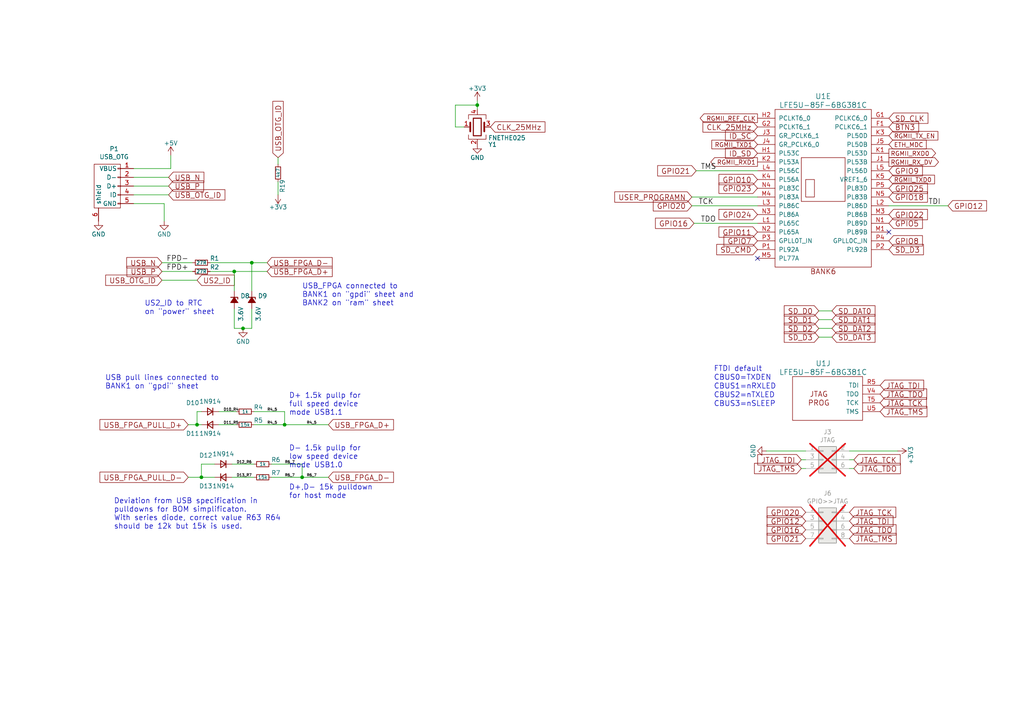
<source format=kicad_sch>
(kicad_sch (version 20231120) (generator "eeschema") (generator_version "8.0")
  (paper "A4")
  (title_block (title "${project_name}") (date "2025-04-05") (rev "${project_version}") (company "${project_creator}") (comment 1 "${project_license}") (comment 2 "License: CERN-OHL-S v2"))
  (junction (at 73.025 76.2))
  (junction (at 70.485 95.25))
  (junction (at 58.42 138.43))
  (junction (at 82.55 123.19))
  (junction (at 57.15 123.19))
  (junction (at 67.945 78.74))
  (junction (at 138.43 30.48))
  (junction (at 87.63 138.43))
  (no_connect (at 257.81 67.31))
  (no_connect (at 219.71 74.93))
  (wire (pts (xy 82.55 123.19) (xy 95.25 123.19)))
  (wire (pts (xy 67.945 84.455) (xy 67.945 78.74)))
  (wire (pts (xy 46.99 78.74) (xy 55.88 78.74)))
  (wire (pts (xy 222.25 130.81) (xy 233.68 130.81)))
  (wire (pts (xy 246.38 130.81) (xy 260.35 130.81)))
  (wire (pts (xy 68.58 119.38) (xy 63.5 119.38)))
  (wire (pts (xy 38.735 51.435) (xy 48.895 51.435)))
  (wire (pts (xy 134.62 36.83) (xy 132.08 36.83)))
  (wire (pts (xy 73.66 123.19) (xy 82.55 123.19)))
  (wire (pts (xy 38.735 59.055) (xy 47.625 59.055)))
  (wire (pts (xy 237.49 90.17) (xy 241.3 90.17)))
  (wire (pts (xy 241.3 92.71) (xy 237.49 92.71)))
  (wire (pts (xy 237.49 95.25) (xy 241.3 95.25)))
  (wire (pts (xy 54.61 138.43) (xy 58.42 138.43)))
  (wire (pts (xy 73.025 95.25) (xy 73.025 89.535)))
  (wire (pts (xy 60.96 76.2) (xy 73.025 76.2)))
  (wire (pts (xy 200.66 57.15) (xy 219.71 57.15)))
  (wire (pts (xy 67.945 89.535) (xy 67.945 95.25)))
  (wire (pts (xy 257.81 59.69) (xy 274.955 59.69)))
  (wire (pts (xy 138.43 30.48) (xy 138.43 31.75)))
  (wire (pts (xy 201.295 64.77) (xy 219.71 64.77)))
  (wire (pts (xy 57.15 123.19) (xy 57.15 119.38)))
  (wire (pts (xy 58.42 138.43) (xy 62.23 138.43)))
  (wire (pts (xy 201.93 49.53) (xy 219.71 49.53)))
  (wire (pts (xy 67.31 138.43) (xy 73.66 138.43)))
  (wire (pts (xy 232.41 133.35) (xy 233.68 133.35)))
  (wire (pts (xy 58.42 134.62) (xy 62.23 134.62)))
  (wire (pts (xy 246.38 135.89) (xy 247.65 135.89)))
  (wire (pts (xy 54.61 123.19) (xy 57.15 123.19)))
  (wire (pts (xy 57.15 123.19) (xy 58.42 123.19)))
  (wire (pts (xy 232.41 135.89) (xy 233.68 135.89)))
  (wire (pts (xy 73.66 119.38) (xy 82.55 119.38)))
  (wire (pts (xy 73.025 84.455) (xy 73.025 76.2)))
  (wire (pts (xy 57.15 119.38) (xy 58.42 119.38)))
  (wire (pts (xy 67.945 95.25) (xy 70.485 95.25)))
  (wire (pts (xy 78.74 134.62) (xy 87.63 134.62)))
  (wire (pts (xy 80.645 47.625) (xy 80.645 45.72)))
  (wire (pts (xy 73.66 134.62) (xy 67.31 134.62)))
  (wire (pts (xy 58.42 134.62) (xy 58.42 138.43)))
  (wire (pts (xy 138.43 29.21) (xy 138.43 30.48)))
  (wire (pts (xy 60.96 78.74) (xy 67.945 78.74)))
  (wire (pts (xy 38.735 48.895) (xy 49.53 48.895)))
  (wire (pts (xy 70.485 95.25) (xy 73.025 95.25)))
  (wire (pts (xy 241.3 97.79) (xy 237.49 97.79)))
  (wire (pts (xy 132.08 36.83) (xy 132.08 30.48)))
  (wire (pts (xy 49.53 48.895) (xy 49.53 45.085)))
  (wire (pts (xy 38.735 53.975) (xy 48.895 53.975)))
  (wire (pts (xy 63.5 123.19) (xy 68.58 123.19)))
  (wire (pts (xy 46.99 76.2) (xy 55.88 76.2)))
  (wire (pts (xy 200.66 59.69) (xy 219.71 59.69)))
  (wire (pts (xy 38.735 56.515) (xy 48.895 56.515)))
  (wire (pts (xy 87.63 134.62) (xy 87.63 138.43)))
  (wire (pts (xy 78.74 138.43) (xy 87.63 138.43)))
  (wire (pts (xy 82.55 119.38) (xy 82.55 123.19)))
  (wire (pts (xy 47.625 59.055) (xy 47.625 64.135)))
  (wire (pts (xy 67.945 78.74) (xy 77.47 78.74)))
  (wire (pts (xy 246.38 133.35) (xy 247.65 133.35)))
  (wire (pts (xy 73.025 76.2) (xy 77.47 76.2)))
  (wire (pts (xy 80.645 56.515) (xy 80.645 52.705)))
  (wire (pts (xy 87.63 138.43) (xy 95.25 138.43)))
  (wire (pts (xy 57.15 81.28) (xy 46.99 81.28)))
  (wire (pts (xy 132.08 30.48) (xy 138.43 30.48)))
  (text "Deviation from USB specification in\npulldowns for BOM simplificaton.\nWith series diode, correct value R63 R64 \nshould be 12k but 15k is used." (at 33.02 153.67 0) (effects (font (size 1.524 1.524)) (justify left bottom)))
  (text "FTDI default" (at 207.01 107.95 0) (effects (font (size 1.524 1.524)) (justify left bottom)))
  (text "CBUS1=nRXLED" (at 207.01 113.03 0) (effects (font (size 1.524 1.524)) (justify left bottom)))
  (text "CBUS2=nTXLED" (at 207.01 115.57 0) (effects (font (size 1.524 1.524)) (justify left bottom)))
  (text "US2_ID to RTC\non \"power\" sheet" (at 41.91 91.44 0) (effects (font (size 1.524 1.524)) (justify left bottom)))
  (text "D+ 1.5k pullp for \nfull speed device\nmode USB1.1" (at 83.82 120.65 0) (effects (font (size 1.524 1.524)) (justify left bottom)))
  (text "CBUS3=nSLEEP" (at 207.01 118.11 0) (effects (font (size 1.524 1.524)) (justify left bottom)))
  (text "D- 1.5k pullp for \nlow speed device\nmode USB1.0" (at 83.82 135.89 0) (effects (font (size 1.524 1.524)) (justify left bottom)))
  (text "USB pull lines connected to\nBANK1 on \"gpdi\" sheet" (at 30.48 113.03 0) (effects (font (size 1.524 1.524)) (justify left bottom)))
  (text "D+,D- 15k pulldown \nfor host mode" (at 83.82 144.78 0) (effects (font (size 1.524 1.524)) (justify left bottom)))
  (text "USB_FPGA connected to\nBANK1 on \"gpdi\" sheet and\nBANK2 on \"ram\" sheet" (at 87.63 88.9 0) (effects (font (size 1.524 1.524)) (justify left bottom)))
  (text "CBUS0=TXDEN" (at 207.01 110.49 0) (effects (font (size 1.524 1.524)) (justify left bottom)))
  (label "R6_7" (at 88.9 138.43 0) (effects (font (size 0.762 0.762))))
  (label "R4_5" (at 77.47 119.38 0) (effects (font (size 0.762 0.762))))
  (label "R4_5" (at 88.9 123.19 0) (effects (font (size 0.762 0.762))))
  (label "TDO" (at 203.2 64.77 0) (effects (font (size 1.524 1.524))))
  (label "D12_R6" (at 68.58 134.62 0) (effects (font (size 0.762 0.762))))
  (label "FPD+" (at 48.26 78.74 0) (effects (font (size 1.524 1.524))))
  (label "TCK" (at 202.565 59.69 0) (effects (font (size 1.524 1.524))))
  (label "D11_R5" (at 64.77 123.19 0) (effects (font (size 0.762 0.762))))
  (label "D13_R7" (at 68.58 138.43 0) (effects (font (size 0.762 0.762))))
  (label "R6_7" (at 82.55 138.43 0) (effects (font (size 0.762 0.762))))
  (label "R4_5" (at 77.47 123.19 0) (effects (font (size 0.762 0.762))))
  (label "TDI" (at 269.24 59.69 0) (effects (font (size 1.524 1.524))))
  (label "R6_7" (at 82.55 134.62 0) (effects (font (size 0.762 0.762))))
  (label "TMS" (at 203.2 49.53 0) (effects (font (size 1.524 1.524))))
  (label "D10_R4" (at 64.77 119.38 0) (effects (font (size 0.762 0.762))))
  (label "FPD-" (at 48.26 76.2 0) (effects (font (size 1.524 1.524))))
  (global_label "JTAG_TDO" (shape input) (at 255.27 114.3 0) (effects (font (size 1.524 1.524))) (property "Intersheetrefs" "${INTERSHEET_REFS}" (effects (hide yes))))
  (global_label "ID_SC" (shape input) (at 219.71 39.37 180) (effects (font (size 1.524 1.524))) (property "Intersheetrefs" "${INTERSHEET_REFS}" (effects (hide yes))))
  (global_label "SD_D3" (shape input) (at 237.49 97.79 180) (effects (font (size 1.524 1.524))) (property "Intersheetrefs" "${INTERSHEET_REFS}" (effects (hide yes))))
  (global_label "JTAG_TMS" (shape input) (at 246.38 156.21 0) (effects (font (size 1.524 1.524))) (property "Intersheetrefs" "${INTERSHEET_REFS}" (effects (hide yes))))
  (global_label "GPIO9" (shape input) (at 257.81 49.53 0) (effects (font (size 1.524 1.524))) (property "Intersheetrefs" "${INTERSHEET_REFS}" (effects (hide yes))))
  (global_label "CLK_25MHz" (shape input) (at 219.71 36.83 180) (effects (font (size 1.524 1.524))) (property "Intersheetrefs" "${INTERSHEET_REFS}" (effects (hide yes))))
  (global_label "RGMII_RXD1" (shape output) (at 219.71 46.99 180) (property "Intersheetrefs" "${INTERSHEET_REFS}" (effects (hide yes))))
  (global_label "RGMII_REF_CLK" (shape output) (at 219.71 34.29 180) (property "Intersheetrefs" "${INTERSHEET_REFS}" (effects (hide yes))))
  (global_label "GPIO20" (shape input) (at 200.66 59.69 180) (effects (font (size 1.524 1.524))) (property "Intersheetrefs" "${INTERSHEET_REFS}" (effects (hide yes))))
  (global_label "USB_FPGA_D+" (shape input) (at 95.25 123.19 0) (effects (font (size 1.524 1.524))) (property "Intersheetrefs" "${INTERSHEET_REFS}" (effects (hide yes))))
  (global_label "SD_D3" (shape input) (at 257.81 72.39 0) (effects (font (size 1.524 1.524))) (property "Intersheetrefs" "${INTERSHEET_REFS}" (effects (hide yes))))
  (global_label "SD_D0" (shape input) (at 237.49 90.17 180) (effects (font (size 1.524 1.524))) (property "Intersheetrefs" "${INTERSHEET_REFS}" (effects (hide yes))))
  (global_label "RGMII_RXD0" (shape output) (at 257.81 44.45 0) (property "Intersheetrefs" "${INTERSHEET_REFS}" (effects (hide yes))))
  (global_label "GPIO12" (shape input) (at 274.955 59.69 0) (effects (font (size 1.524 1.524))) (property "Intersheetrefs" "${INTERSHEET_REFS}" (effects (hide yes))))
  (global_label "RGMII_TXD0" (shape input) (at 257.81 52.07 0) (property "Intersheetrefs" "${INTERSHEET_REFS}" (effects (hide yes))))
  (global_label "SD_D2" (shape input) (at 237.49 95.25 180) (effects (font (size 1.524 1.524))) (property "Intersheetrefs" "${INTERSHEET_REFS}" (effects (hide yes))))
  (global_label "JTAG_TDO" (shape input) (at 246.38 153.67 0) (effects (font (size 1.524 1.524))) (property "Intersheetrefs" "${INTERSHEET_REFS}" (effects (hide yes))))
  (global_label "SD_DAT1" (shape input) (at 241.3 92.71 0) (effects (font (size 1.524 1.524))) (property "Intersheetrefs" "${INTERSHEET_REFS}" (effects (hide yes))))
  (global_label "GPIO18" (shape input) (at 257.81 57.15 0) (effects (font (size 1.524 1.524))) (property "Intersheetrefs" "${INTERSHEET_REFS}" (effects (hide yes))))
  (global_label "GPIO7" (shape input) (at 219.71 69.85 180) (effects (font (size 1.524 1.524))) (property "Intersheetrefs" "${INTERSHEET_REFS}" (effects (hide yes))))
  (global_label "GPIO5" (shape input) (at 257.81 64.77 0) (effects (font (size 1.524 1.524))) (property "Intersheetrefs" "${INTERSHEET_REFS}" (effects (hide yes))))
  (global_label "USB_N" (shape input) (at 46.99 76.2 180) (effects (font (size 1.524 1.524))) (property "Intersheetrefs" "${INTERSHEET_REFS}" (effects (hide yes))))
  (global_label "JTAG_TDI" (shape input) (at 255.27 111.76 0) (effects (font (size 1.524 1.524))) (property "Intersheetrefs" "${INTERSHEET_REFS}" (effects (hide yes))))
  (global_label "JTAG_TMS" (shape input) (at 232.41 135.89 180) (effects (font (size 1.524 1.524))) (property "Intersheetrefs" "${INTERSHEET_REFS}" (effects (hide yes))))
  (global_label "USB_FPGA_D-" (shape input) (at 77.47 76.2 0) (effects (font (size 1.524 1.524))) (property "Intersheetrefs" "${INTERSHEET_REFS}" (effects (hide yes))))
  (global_label "GPIO22" (shape input) (at 257.81 62.23 0) (effects (font (size 1.524 1.524))) (property "Intersheetrefs" "${INTERSHEET_REFS}" (effects (hide yes))))
  (global_label "ID_SD" (shape input) (at 219.71 44.45 180) (effects (font (size 1.524 1.524))) (property "Intersheetrefs" "${INTERSHEET_REFS}" (effects (hide yes))))
  (global_label "JTAG_TCK" (shape input) (at 255.27 116.84 0) (effects (font (size 1.524 1.524))) (property "Intersheetrefs" "${INTERSHEET_REFS}" (effects (hide yes))))
  (global_label "GPIO12" (shape input) (at 233.68 151.13 180) (effects (font (size 1.524 1.524))) (property "Intersheetrefs" "${INTERSHEET_REFS}" (effects (hide yes))))
  (global_label "USB_FPGA_D-" (shape input) (at 95.25 138.43 0) (effects (font (size 1.524 1.524))) (property "Intersheetrefs" "${INTERSHEET_REFS}" (effects (hide yes))))
  (global_label "SD_CLK" (shape input) (at 257.81 34.29 0) (effects (font (size 1.524 1.524))) (property "Intersheetrefs" "${INTERSHEET_REFS}" (effects (hide yes))))
  (global_label "BTN3" (shape input) (at 257.81 36.83 0) (effects (font (size 1.524 1.524))) (property "Intersheetrefs" "${INTERSHEET_REFS}" (effects (hide yes))))
  (global_label "JTAG_TDI" (shape input) (at 246.38 151.13 0) (effects (font (size 1.524 1.524))) (property "Intersheetrefs" "${INTERSHEET_REFS}" (effects (hide yes))))
  (global_label "JTAG_TCK" (shape input) (at 247.65 133.35 0) (effects (font (size 1.524 1.524))) (property "Intersheetrefs" "${INTERSHEET_REFS}" (effects (hide yes))))
  (global_label "GPIO16" (shape input) (at 201.295 64.77 180) (effects (font (size 1.524 1.524))) (property "Intersheetrefs" "${INTERSHEET_REFS}" (effects (hide yes))))
  (global_label "SD_CMD" (shape input) (at 219.71 72.39 180) (effects (font (size 1.524 1.524))) (property "Intersheetrefs" "${INTERSHEET_REFS}" (effects (hide yes))))
  (global_label "SD_D1" (shape input) (at 237.49 92.71 180) (effects (font (size 1.524 1.524))) (property "Intersheetrefs" "${INTERSHEET_REFS}" (effects (hide yes))))
  (global_label "RGMII_TX_EN" (shape input) (at 257.81 39.37 0) (property "Intersheetrefs" "${INTERSHEET_REFS}" (effects (hide yes))))
  (global_label "JTAG_TMS" (shape input) (at 255.27 119.38 0) (effects (font (size 1.524 1.524))) (property "Intersheetrefs" "${INTERSHEET_REFS}" (effects (hide yes))))
  (global_label "JTAG_TDO" (shape input) (at 247.65 135.89 0) (effects (font (size 1.524 1.524))) (property "Intersheetrefs" "${INTERSHEET_REFS}" (effects (hide yes))))
  (global_label "SD_DAT2" (shape input) (at 241.3 95.25 0) (effects (font (size 1.524 1.524))) (property "Intersheetrefs" "${INTERSHEET_REFS}" (effects (hide yes))))
  (global_label "USB_P" (shape input) (at 46.99 78.74 180) (effects (font (size 1.524 1.524))) (property "Intersheetrefs" "${INTERSHEET_REFS}" (effects (hide yes))))
  (global_label "US2_ID" (shape input) (at 57.15 81.28 0) (effects (font (size 1.524 1.524))) (property "Intersheetrefs" "${INTERSHEET_REFS}" (effects (hide yes))))
  (global_label "USB_OTG_ID" (shape input) (at 80.645 45.72 90) (effects (font (size 1.524 1.524))) (property "Intersheetrefs" "${INTERSHEET_REFS}" (effects (hide yes))))
  (global_label "USB_OTG_ID" (shape input) (at 46.99 81.28 180) (effects (font (size 1.524 1.524))) (property "Intersheetrefs" "${INTERSHEET_REFS}" (effects (hide yes))))
  (global_label "RGMII_RX_DV" (shape output) (at 257.81 46.99 0) (property "Intersheetrefs" "${INTERSHEET_REFS}" (effects (hide yes))))
  (global_label "USER_PROGRAMN" (shape input) (at 200.66 57.15 180) (effects (font (size 1.524 1.524))) (property "Intersheetrefs" "${INTERSHEET_REFS}" (effects (hide yes))))
  (global_label "GPIO24" (shape input) (at 219.71 62.23 180) (effects (font (size 1.524 1.524))) (property "Intersheetrefs" "${INTERSHEET_REFS}" (effects (hide yes))))
  (global_label "GPIO20" (shape input) (at 233.68 148.59 180) (effects (font (size 1.524 1.524))) (property "Intersheetrefs" "${INTERSHEET_REFS}" (effects (hide yes))))
  (global_label "USB_P" (shape input) (at 48.895 53.975 0) (effects (font (size 1.524 1.524))) (property "Intersheetrefs" "${INTERSHEET_REFS}" (effects (hide yes))))
  (global_label "JTAG_TDI" (shape input) (at 232.41 133.35 180) (effects (font (size 1.524 1.524))) (property "Intersheetrefs" "${INTERSHEET_REFS}" (effects (hide yes))))
  (global_label "USB_FPGA_D+" (shape input) (at 77.47 78.74 0) (effects (font (size 1.524 1.524))) (property "Intersheetrefs" "${INTERSHEET_REFS}" (effects (hide yes))))
  (global_label "GPIO21" (shape input) (at 233.68 156.21 180) (effects (font (size 1.524 1.524))) (property "Intersheetrefs" "${INTERSHEET_REFS}" (effects (hide yes))))
  (global_label "SD_DAT0" (shape input) (at 241.3 90.17 0) (effects (font (size 1.524 1.524))) (property "Intersheetrefs" "${INTERSHEET_REFS}" (effects (hide yes))))
  (global_label "SD_DAT3" (shape input) (at 241.3 97.79 0) (effects (font (size 1.524 1.524))) (property "Intersheetrefs" "${INTERSHEET_REFS}" (effects (hide yes))))
  (global_label "USB_N" (shape input) (at 48.895 51.435 0) (effects (font (size 1.524 1.524))) (property "Intersheetrefs" "${INTERSHEET_REFS}" (effects (hide yes))))
  (global_label "GPIO21" (shape input) (at 201.93 49.53 180) (effects (font (size 1.524 1.524))) (property "Intersheetrefs" "${INTERSHEET_REFS}" (effects (hide yes))))
  (global_label "USB_FPGA_PULL_D+" (shape input) (at 54.61 123.19 180) (effects (font (size 1.524 1.524))) (property "Intersheetrefs" "${INTERSHEET_REFS}" (effects (hide yes))))
  (global_label "GPIO16" (shape input) (at 233.68 153.67 180) (effects (font (size 1.524 1.524))) (property "Intersheetrefs" "${INTERSHEET_REFS}" (effects (hide yes))))
  (global_label "CLK_25MHz" (shape input) (at 142.24 36.83 0) (effects (font (size 1.524 1.524))) (property "Intersheetrefs" "${INTERSHEET_REFS}" (effects (hide yes))))
  (global_label "GPIO25" (shape input) (at 257.81 54.61 0) (effects (font (size 1.524 1.524))) (property "Intersheetrefs" "${INTERSHEET_REFS}" (effects (hide yes))))
  (global_label "GPIO10" (shape input) (at 219.71 52.07 180) (effects (font (size 1.524 1.524))) (property "Intersheetrefs" "${INTERSHEET_REFS}" (effects (hide yes))))
  (global_label "USB_FPGA_PULL_D-" (shape input) (at 54.61 138.43 180) (effects (font (size 1.524 1.524))) (property "Intersheetrefs" "${INTERSHEET_REFS}" (effects (hide yes))))
  (global_label "GPIO8" (shape input) (at 257.81 69.85 0) (effects (font (size 1.524 1.524))) (property "Intersheetrefs" "${INTERSHEET_REFS}" (effects (hide yes))))
  (global_label "RGMII_TXD1" (shape input) (at 219.71 41.91 180) (property "Intersheetrefs" "${INTERSHEET_REFS}" (effects (hide yes))))
  (global_label "GPIO23" (shape input) (at 219.71 54.61 180) (effects (font (size 1.524 1.524))) (property "Intersheetrefs" "${INTERSHEET_REFS}" (effects (hide yes))))
  (global_label "JTAG_TCK" (shape input) (at 246.38 148.59 0) (effects (font (size 1.524 1.524))) (property "Intersheetrefs" "${INTERSHEET_REFS}" (effects (hide yes))))
  (global_label "USB_OTG_ID" (shape input) (at 48.895 56.515 0) (effects (font (size 1.524 1.524))) (property "Intersheetrefs" "${INTERSHEET_REFS}" (effects (hide yes))))
  (global_label "ETH_MDC" (shape input) (at 257.81 41.91 0) (property "Intersheetrefs" "${INTERSHEET_REFS}" (effects (hide yes))))
  (global_label "GPIO11" (shape input) (at 219.71 67.31 180) (effects (font (size 1.524 1.524))) (property "Intersheetrefs" "${INTERSHEET_REFS}" (effects (hide yes))))
  (symbol (lib_id "Device:Crystal_GND24") (at 138.43 36.83 0) (mirror x) (unit 1)
    (property "Reference" "Y1" (at 141.605 41.91 0) (effects (justify left)))
    (property "Value" "FNETHE025" (at 141.605 40.005 0) (effects (justify left)))
    (property "Footprint" "Crystal:Crystal_SMD_TXC_7M-4Pin_3.2x2.5mm" (effects (hide yes)))
    (property "Datasheet" "https://www.diodes.com/assets/Datasheets/FNETHE025.pdf" (effects (hide yes)))
    (property "MNF1_URL" "www.diodes.com" (effects (hide yes)))
    (property "MPN" "FNETHE025" (effects (hide yes)))
    (property "MPN2" "SiT8008BC-81-33E-25.000000X" (effects (hide yes)))
    (property "MNF3_URL" "https://datasheet.lcsc.com/szlcsc/1912111437_Shenzhen-SCTF-Elec-S7D25-000000D20F30T_C387026.pdf" (effects (hide yes)))
    (property "MPN3" "S7D25.000000D20F30T" (effects (hide yes)))
    (property "Mouser" "729-FNETHE025" (effects (hide yes)))
    (property "Mouse_r2" "788-8008BC8133E25X " (effects (hide yes)))
    (property "Digikey" "FNETHE025CT-ND" (effects (hide yes)))
    (property "Newark" "80AC8624" (effects (hide yes)))
    (property "LCSC" "C390569" (effects (hide yes)))
    (property "price100_Digikey" "0.7942$" (effects (hide yes)))
    (property "Koncar" "FQ001" (effects (hide yes)))
    (property "Side" "T" (effects (hide yes)))
  )
  (symbol (lib_id "lfe5bg381:LFE5UM-85F-6BG381C") (at 238.76 52.07 0) (unit 5)
    (property "Reference" "U1" (at 238.76 27.94 0) (effects (font (size 1.524 1.524))))
    (property "Value" "LFE5U-85F-6BG381C" (at 238.76 30.48 0) (effects (font (size 1.524 1.524))))
    (property "Footprint" "lfe5bg381:BGA-381_pitch0.8mm_dia0.4mm" (effects (hide yes)))
    (property "Datasheet" "http://www.latticesemi.com/~/media/LatticeSemi/Documents/DataSheets/ECP5/FPGA-DS-02012.pdf" (effects (hide yes)))
    (property "MPN" "LFE5U-85F-6BG381C" (effects (hide yes)))
    (property "Digike_y2" "220-2071-ND" (effects (hide yes)))
    (property "Digikey" "220-2177-ND" (effects (hide yes)))
    (property "Koncar" "FU004" (effects (hide yes)))
    (property "LCSC" "C446029" (effects (hide yes)))
    (property "LowCost" "842-LFE5U12F6BG381C" (effects (hide yes)))
    (property "MFG1" "Lattice" (effects (hide yes)))
    (property "MFG2" "Lattice" (effects (hide yes)))
    (property "MNF1_URL" "www.latticesemi.com" (effects (hide yes)))
    (property "MNF2_URL" "www.latticesemi.com" (effects (hide yes)))
    (property "MP_N2" "LFE5U-12F-6BG381C" (effects (hide yes)))
    (property "Mouser" "842-LFE5U85F6BG381C" (effects (hide yes)))
    (property "Mouser_URL" "www.mouser.com" (effects (hide yes)))
    (property "Side" "T" (effects (hide yes)))
    (property "price100_Mouse" "22.82$" (effects (hide yes)))
  )
  (symbol (lib_id "lfe5bg381:LFE5UM-85F-6BG381C") (at 237.49 115.57 0) (mirror y) (unit 10)
    (property "Reference" "U1" (at 238.76 105.41 0) (effects (font (size 1.524 1.524))))
    (property "Value" "LFE5U-85F-6BG381C" (at 238.76 107.95 0) (effects (font (size 1.524 1.524))))
    (property "Footprint" "lfe5bg381:BGA-381_pitch0.8mm_dia0.4mm" (effects (hide yes)))
    (property "Datasheet" "http://www.latticesemi.com/~/media/LatticeSemi/Documents/DataSheets/ECP5/FPGA-DS-02012.pdf" (effects (hide yes)))
    (property "MPN" "LFE5U-85F-6BG381C" (effects (hide yes)))
    (property "Digike_y2" "220-2071-ND" (effects (hide yes)))
    (property "Digikey" "220-2177-ND" (effects (hide yes)))
    (property "Koncar" "FU004" (effects (hide yes)))
    (property "LCSC" "C446029" (effects (hide yes)))
    (property "LowCost" "842-LFE5U12F6BG381C" (effects (hide yes)))
    (property "MFG1" "Lattice" (effects (hide yes)))
    (property "MFG2" "Lattice" (effects (hide yes)))
    (property "MNF1_URL" "www.latticesemi.com" (effects (hide yes)))
    (property "MNF2_URL" "www.latticesemi.com" (effects (hide yes)))
    (property "MP_N2" "LFE5U-12F-6BG381C" (effects (hide yes)))
    (property "Mouser" "842-LFE5U85F6BG381C" (effects (hide yes)))
    (property "Mouser_URL" "www.mouser.com" (effects (hide yes)))
    (property "Side" "T" (effects (hide yes)))
    (property "price100_Mouse" "22.82$" (effects (hide yes)))
  )
  (symbol (lib_id "ulx4m-rescue:GND-power") (at 138.43 41.91 0) (unit 1)
    (property "Reference" "#PWR0110" (effects (hide yes)))
    (property "Value" "GND" (at 138.43 45.72 0))
  )
  (symbol (lib_id "ulx4m-rescue:+3V3-power") (at 138.43 29.21 0) (unit 1)
    (property "Reference" "#PWR0109" (effects (hide yes)))
    (property "Value" "+3V3" (at 138.43 25.654 0))
  )
  (symbol (lib_id "Connector_Generic:Conn_02x03_Odd_Even") (at 238.76 133.35 0) (unit 1) (in_bom no) (dnp yes)
    (property "Reference" "J3" (at 240.03 125.2982 0))
    (property "Value" "JTAG" (at 240.03 127.6096 0))
    (property "Footprint" "Connector_PinHeader_1.00mm:PinHeader_2x03_P1.00mm_Vertical_SMD" (effects (hide yes)))
    (property "PLACE" "DNP" (effects (hide yes)))
  )
  (symbol (lib_id "ulx4m-rescue:GND-power") (at 222.25 130.81 270) (unit 1)
    (property "Reference" "#PWR?" (effects (hide yes)))
    (property "Value" "GND" (at 218.44 130.81 0))
    (instances (project "" (path "" (reference "#PWR?") (unit 1)) (path "" (reference "#PWR05") (unit 1))))
  )
  (symbol (lib_id "ulx4m-rescue:+3V3-power") (at 260.35 130.81 270) (mirror x) (unit 1)
    (property "Reference" "#PWR?" (effects (hide yes)))
    (property "Value" "+3V3" (at 264.16 132.08 0))
    (instances (project "" (path "" (reference "#PWR?") (unit 1)) (path "" (reference "#PWR06") (unit 1))))
  )
  (symbol (lib_id "Device:R_Small") (at 58.42 76.2 90) (unit 1)
    (property "Reference" "R1" (at 62.23 74.93 90))
    (property "Value" "27R" (at 58.42 76.2 90) (effects (font (size 0.9906 0.9906))))
    (property "Footprint" "Resistor_SMD:R_0402_1005Metric" (effects (hide yes)))
  )
  (symbol (lib_id "Device:R_Small") (at 58.42 78.74 90) (unit 1)
    (property "Reference" "R2" (at 62.23 77.47 90))
    (property "Value" "27R" (at 58.42 78.74 90) (effects (font (size 0.9906 0.9906))))
    (property "Footprint" "Resistor_SMD:R_0402_1005Metric" (effects (hide yes)))
  )
  (symbol (lib_id "Device:D_Small") (at 60.96 123.19 0) (unit 1)
    (property "Reference" "D11" (at 55.88 125.73 0))
    (property "Value" "1N914" (at 60.96 125.73 0))
    (property "Footprint" "Diode_SMD:D_SOD-323" (effects (hide yes)))
  )
  (symbol (lib_id "Device:D_Small") (at 60.96 119.38 180) (unit 1)
    (property "Reference" "D10" (at 55.88 116.84 0))
    (property "Value" "1N914" (at 60.96 116.4336 0))
    (property "Footprint" "Diode_SMD:D_SOD-323" (effects (hide yes)))
  )
  (symbol (lib_name "R_Small_4") (lib_id "Device:R_Small") (at 71.12 119.38 90) (unit 1)
    (property "Reference" "R4" (at 74.93 118.11 90))
    (property "Value" "1k" (at 71.12 119.38 90) (effects (font (size 0.9906 0.9906))))
    (property "Footprint" "Resistor_SMD:R_0402_1005Metric" (effects (hide yes)))
  )
  (symbol (lib_name "R_Small_3") (lib_id "Device:R_Small") (at 71.12 123.19 90) (unit 1)
    (property "Reference" "R5" (at 74.93 121.92 90))
    (property "Value" "15k" (at 71.12 123.19 90) (effects (font (size 0.9906 0.9906))))
    (property "Footprint" "Resistor_SMD:R_0402_1005Metric" (effects (hide yes)))
  )
  (symbol (lib_id "Device:D_Small") (at 64.77 138.43 0) (unit 1)
    (property "Reference" "D13" (at 59.69 140.97 0))
    (property "Value" "1N914" (at 64.77 140.97 0))
    (property "Footprint" "Diode_SMD:D_SOD-323" (effects (hide yes)))
  )
  (symbol (lib_id "Device:D_Small") (at 64.77 134.62 180) (unit 1)
    (property "Reference" "D12" (at 59.69 132.08 0))
    (property "Value" "1N914" (at 64.77 131.6736 0))
    (property "Footprint" "Diode_SMD:D_SOD-323" (effects (hide yes)))
  )
  (symbol (lib_name "R_Small_2") (lib_id "Device:R_Small") (at 76.2 134.62 90) (unit 1)
    (property "Reference" "R6" (at 80.01 133.35 90))
    (property "Value" "1k" (at 76.2 134.62 90) (effects (font (size 0.9906 0.9906))))
    (property "Footprint" "Resistor_SMD:R_0402_1005Metric" (effects (hide yes)))
  )
  (symbol (lib_name "R_Small_1") (lib_id "Device:R_Small") (at 76.2 138.43 90) (unit 1)
    (property "Reference" "R7" (at 80.01 137.16 90))
    (property "Value" "15k" (at 76.2 138.43 90) (effects (font (size 0.9906 0.9906))))
    (property "Footprint" "Resistor_SMD:R_0402_1005Metric" (effects (hide yes)))
  )
  (symbol (lib_id "Device:R_Small") (at 80.645 50.165 0) (unit 1)
    (property "Reference" "R19" (at 81.915 53.975 90))
    (property "Value" "4k7" (at 80.645 50.165 90) (effects (font (size 0.9906 0.9906))))
    (property "Footprint" "Resistor_SMD:R_0402_1005Metric" (effects (hide yes)))
  )
  (symbol (lib_id "ulx4m-rescue:+3V3-power") (at 80.645 56.515 180) (unit 1)
    (property "Reference" "#PWR08" (effects (hide yes)))
    (property "Value" "+3V3" (at 80.645 60.071 0))
  )
  (symbol (lib_id "ulx4m-rescue:GND-power") (at 28.575 64.135 0) (unit 1)
    (property "Reference" "#PWR0113" (effects (hide yes)))
    (property "Value" "GND" (at 28.575 67.945 0))
  )
  (symbol (lib_id "ulx4m-rescue:GND-power") (at 47.625 64.135 0) (unit 1)
    (property "Reference" "#PWR0114" (effects (hide yes)))
    (property "Value" "GND" (at 47.625 67.945 0))
  )
  (symbol (lib_id "ulx4m-rescue:+5V-power") (at 49.53 45.085 0) (mirror y) (unit 1)
    (property "Reference" "#PWR?" (effects (hide yes)))
    (property "Value" "+5V" (at 49.53 41.529 0))
    (instances (project "" (path "" (reference "#PWR?") (unit 1)) (path "" (reference "#PWR0115") (unit 1))))
  )
  (symbol (lib_id "ulx4m-rescue:D_Zener_Small_ALT-Device") (at 67.945 86.995 270) (unit 1)
    (property "Reference" "D8" (at 69.723 85.8266 90) (effects (justify left)))
    (property "Value" "3.6V" (at 69.85 88.9 0) (effects (justify left)))
    (property "Footprint" "Diode_SMD:D_SOD-323_HandSoldering" (effects (hide yes)))
    (property "Datasheet" "http://www.taiwansemi.com/products/datasheet/BZT52C2V4S%20SERIES_H1709.pdf" (effects (hide yes)))
    (property "MNF1_URL" "www.taiwansemi.com" (effects (hide yes)))
    (property "MPN" "BZT52C3V6S" (effects (hide yes)))
    (property "Mouser" "833-BZT52C3V6S-TP" (effects (hide yes)))
  )
  (symbol (lib_id "ulx4m-rescue:GND-power") (at 70.485 95.25 0) (unit 1)
    (property "Reference" "#PWR?" (effects (hide yes)))
    (property "Value" "GND" (at 70.485 99.06 0))
    (instances (project "" (path "" (reference "#PWR?") (unit 1)) (path "" (reference "#PWR07") (unit 1))))
  )
  (symbol (lib_id "ulx4m-rescue:D_Zener_Small_ALT-Device") (at 73.025 86.995 270) (unit 1)
    (property "Reference" "D9" (at 74.803 85.8266 90) (effects (justify left)))
    (property "Value" "3.6V" (at 74.93 88.9 0) (effects (justify left)))
    (property "Footprint" "Diode_SMD:D_SOD-323_HandSoldering" (effects (hide yes)))
    (property "Datasheet" "http://www.taiwansemi.com/products/datasheet/BZT52C2V4S%20SERIES_H1709.pdf" (effects (hide yes)))
    (property "MNF1_URL" "www.taiwansemi.com" (effects (hide yes)))
    (property "MPN" "BZT52C3V6S" (effects (hide yes)))
    (property "Mouser" "833-BZT52C3V6S-TP" (effects (hide yes)))
  )
  (symbol (lib_id "Connector_Generic:Conn_02x04_Odd_Even") (at 238.76 151.13 0) (unit 1) (in_bom no) (dnp yes)
    (property "Reference" "J6" (at 240.03 143.0782 0))
    (property "Value" "GPIO>>JTAG" (at 240.03 145.3896 0))
    (property "Footprint" "Connector_PinHeader_1.00mm:PinHeader_2x04_P1.00mm_Vertical" (effects (hide yes)))
    (property "PLACE" "DNP" (effects (hide yes)))
  )
  (symbol (lib_id "usb_otg:USB_OTG") (at 31.115 53.975 90) (mirror x) (unit 1)
    (property "Reference" "P1" (at 33.0962 43.18 90))
    (property "Value" "USB_OTG" (at 33.0962 45.4914 90))
    (property "Footprint" "usb_otg:USB-MICRO-B-FCI-10118192-0001LF" (effects (hide yes)))
  )
)
</source>
